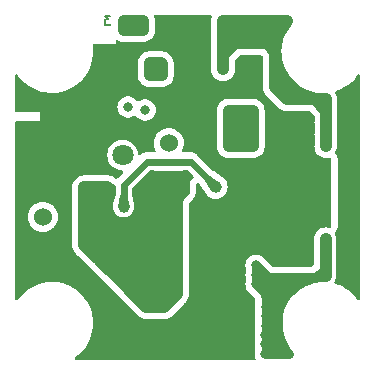
<source format=gbr>
%TF.GenerationSoftware,KiCad,Pcbnew,7.0.11-7.0.11~ubuntu22.04.1*%
%TF.CreationDate,2024-11-21T15:06:28+02:00*%
%TF.ProjectId,POEv3_Rev_A,504f4576-335f-4526-9576-5f412e6b6963,A*%
%TF.SameCoordinates,PX55d4a80PY8a48640*%
%TF.FileFunction,Copper,L3,Inr*%
%TF.FilePolarity,Positive*%
%FSLAX46Y46*%
G04 Gerber Fmt 4.6, Leading zero omitted, Abs format (unit mm)*
G04 Created by KiCad (PCBNEW 7.0.11-7.0.11~ubuntu22.04.1) date 2024-11-21 15:06:28*
%MOMM*%
%LPD*%
G01*
G04 APERTURE LIST*
%ADD10C,0.190500*%
%TA.AperFunction,NonConductor*%
%ADD11C,0.190500*%
%TD*%
%TA.AperFunction,ComponentPad*%
%ADD12C,1.524000*%
%TD*%
%TA.AperFunction,ComponentPad*%
%ADD13R,1.524000X1.524000*%
%TD*%
%TA.AperFunction,ComponentPad*%
%ADD14C,1.800000*%
%TD*%
%TA.AperFunction,ViaPad*%
%ADD15C,1.000000*%
%TD*%
%TA.AperFunction,ViaPad*%
%ADD16C,0.800000*%
%TD*%
%TA.AperFunction,Conductor*%
%ADD17C,1.016000*%
%TD*%
%TA.AperFunction,Conductor*%
%ADD18C,0.762000*%
%TD*%
%TA.AperFunction,Conductor*%
%ADD19C,0.609600*%
%TD*%
%TA.AperFunction,Conductor*%
%ADD20C,0.355600*%
%TD*%
%TA.AperFunction,Conductor*%
%ADD21C,0.990600*%
%TD*%
G04 APERTURE END LIST*
D10*
D11*
X8442184Y29515161D02*
X7970470Y29515161D01*
X7970470Y29515161D02*
X8224470Y29224875D01*
X8224470Y29224875D02*
X8115613Y29224875D01*
X8115613Y29224875D02*
X8043042Y29188589D01*
X8043042Y29188589D02*
X8006756Y29152304D01*
X8006756Y29152304D02*
X7970470Y29079732D01*
X7970470Y29079732D02*
X7970470Y28898304D01*
X7970470Y28898304D02*
X8006756Y28825732D01*
X8006756Y28825732D02*
X8043042Y28789446D01*
X8043042Y28789446D02*
X8115613Y28753161D01*
X8115613Y28753161D02*
X8333327Y28753161D01*
X8333327Y28753161D02*
X8405899Y28789446D01*
X8405899Y28789446D02*
X8442184Y28825732D01*
D12*
%TO.N,Spare1*%
%TO.C,C2*%
X2750000Y12500000D03*
D13*
%TO.N,GND*%
X7750000Y12500000D03*
%TD*%
D12*
%TO.N,+5VP*%
%TO.C,C6*%
X13400000Y18750000D03*
D13*
%TO.N,GND*%
X13400000Y15250000D03*
%TD*%
D14*
%TO.N,Spare2*%
%TO.C,U1*%
X9500000Y17750000D03*
%TD*%
%TO.N,/ILIM*%
%TO.C,U2*%
X18000000Y10950000D03*
%TD*%
D15*
%TO.N,GND*%
X12100000Y13850000D03*
X6250000Y14000000D03*
X14700000Y15700000D03*
X12900000Y4900000D03*
X14100000Y12850000D03*
X14100000Y11850000D03*
X12100000Y15850000D03*
X8500000Y9900000D03*
X11800000Y6900000D03*
X14100000Y13850000D03*
X6250000Y13000000D03*
X8500000Y10900000D03*
X11100000Y10850000D03*
X29000000Y17500000D03*
X8500000Y8900000D03*
X12900000Y5900000D03*
X29000000Y7500000D03*
X13100000Y9850000D03*
X29000000Y15000000D03*
X12100000Y14850000D03*
X12900000Y6900000D03*
X11800000Y4900000D03*
X11100000Y12850000D03*
X11100000Y8850000D03*
X14700000Y14700000D03*
X7500000Y9900000D03*
X13100000Y10850000D03*
X6250000Y12000000D03*
X13100000Y13850000D03*
X13100000Y12850000D03*
X11100000Y9850000D03*
X13100000Y8850000D03*
X8500000Y7900000D03*
X6500000Y10900000D03*
X7500000Y8900000D03*
X29000000Y12500000D03*
X12100000Y8850000D03*
X7500000Y10900000D03*
X6500000Y9900000D03*
X14100000Y10850000D03*
X7500000Y13750000D03*
X11100000Y11850000D03*
X12100000Y9850000D03*
X12100000Y11850000D03*
X12100000Y12850000D03*
X12100000Y10850000D03*
X29000000Y20000000D03*
X13100000Y11850000D03*
X14000000Y6900000D03*
X29000000Y22500000D03*
X14000000Y5900000D03*
X14100000Y9850000D03*
X14100000Y8850000D03*
X29000000Y10000000D03*
X11800000Y5900000D03*
X6250000Y15000000D03*
D16*
%TO.N,/SW_LX*%
X24000000Y7300000D03*
X20800000Y7600000D03*
X24000000Y6500000D03*
X22400000Y7300000D03*
X22400000Y6500000D03*
X22400000Y900000D03*
X22400000Y4100000D03*
X22400000Y3300000D03*
X24800000Y7300000D03*
X22400000Y5700000D03*
X23200000Y900000D03*
X22400000Y4900000D03*
X21600000Y7300000D03*
X21600000Y3300000D03*
X21600000Y5700000D03*
X20800000Y6800000D03*
X23200000Y5700000D03*
X21589000Y2500000D03*
X21600000Y4100000D03*
X23200000Y6500000D03*
X21589000Y900000D03*
X22400000Y2500000D03*
X21600000Y4900000D03*
X23200000Y7300000D03*
X26700000Y7400000D03*
X26700000Y10600000D03*
X22400000Y1700000D03*
X21589000Y1700000D03*
X26700000Y9800000D03*
X20800000Y8400000D03*
X26700000Y9000000D03*
X21600000Y6500000D03*
X26700000Y8200000D03*
%TO.N,Net-(U1-CLS)*%
X9960000Y21800000D03*
D15*
%TO.N,/ILIM*%
X20250000Y9900000D03*
X15750000Y9900000D03*
X20250000Y12000000D03*
X15750000Y12000000D03*
X15750000Y10950000D03*
X20250000Y10950000D03*
D16*
X18625000Y9250000D03*
D15*
%TO.N,Net-(U1-CDB)*%
X17375000Y15050000D03*
X9584989Y13333661D03*
%TO.N,+5VP*%
X22400000Y23500000D03*
X21000000Y28100000D03*
X19500000Y20500000D03*
X22000000Y29100000D03*
X19500000Y21500000D03*
X19500000Y19500000D03*
X26750000Y19500000D03*
X18500000Y18500000D03*
X18500000Y20500000D03*
X18000000Y26000000D03*
X19500000Y18500000D03*
X21000000Y29100000D03*
X18000000Y25000000D03*
D16*
X22400000Y26500000D03*
D15*
X23000000Y29100000D03*
X22400000Y25500000D03*
X20500000Y19500000D03*
X19000000Y29100000D03*
X24400000Y22500000D03*
D16*
X21000000Y27200000D03*
D15*
X20500000Y18500000D03*
D16*
X22000000Y27200000D03*
D15*
X20500000Y21500000D03*
X26750000Y20500000D03*
X26750000Y22500000D03*
X18500000Y21500000D03*
X22000000Y28100000D03*
X23400000Y23500000D03*
X18500000Y19500000D03*
X20000000Y28100000D03*
X22400000Y24500000D03*
X20000000Y29100000D03*
D16*
X19000000Y27200000D03*
D15*
X25400000Y22500000D03*
X23400000Y22500000D03*
D16*
X20000000Y27200000D03*
D15*
X19000000Y28100000D03*
X26750000Y18500000D03*
X20500000Y20500000D03*
X26750000Y21500000D03*
%TO.N,Spare1*%
X11815131Y24515131D03*
X12784000Y25500000D03*
X11784000Y25500000D03*
X12800000Y24500000D03*
D16*
%TO.N,Spare2*%
X11405000Y21560000D03*
X9600000Y28300000D03*
X9600000Y29111000D03*
X10400000Y28300000D03*
X10400000Y29111000D03*
X11200000Y28300000D03*
X11200000Y29111000D03*
%TD*%
D17*
%TO.N,GND*%
X7250000Y13000000D02*
X7750000Y12500000D01*
X7500000Y13750000D02*
X6500000Y13750000D01*
X11100000Y14850000D02*
X12100000Y15850000D01*
X7750000Y12500000D02*
X7750000Y11650000D01*
X14100000Y8300000D02*
X14100000Y7800000D01*
X7500000Y13454307D02*
X9104307Y11850000D01*
X7500000Y10900000D02*
X14050000Y10900000D01*
X13000000Y4900000D02*
X14000000Y5900000D01*
X6500000Y10900000D02*
X6500000Y10500000D01*
X10194661Y11944661D02*
X11100000Y12850000D01*
X14100000Y9850000D02*
X6550000Y9850000D01*
X8195989Y15000000D02*
X7750000Y15000000D01*
X6500000Y10900000D02*
X6500000Y11250000D01*
X6250000Y12000000D02*
X6250000Y15000000D01*
X6550000Y9850000D02*
X6500000Y9900000D01*
X8195989Y12054011D02*
X8195989Y15000000D01*
X11100000Y12850000D02*
X11100000Y14850000D01*
X12250000Y15700000D02*
X12100000Y15850000D01*
X14100000Y9850000D02*
X13450000Y10500000D01*
X9750000Y11850000D02*
X8400000Y11850000D01*
X29000000Y7500000D02*
X28200000Y8300000D01*
X7750000Y12500000D02*
X8305339Y11944661D01*
X13100000Y11850000D02*
X14100000Y12850000D01*
X7500000Y13750000D02*
X7750000Y13500000D01*
X7500000Y8900000D02*
X8500000Y7900000D01*
X11100000Y11850000D02*
X11100000Y10850000D01*
X11100000Y12850000D02*
X11100000Y11850000D01*
X10000000Y8850000D02*
X8550000Y8850000D01*
X11500000Y5900000D02*
X8500000Y8900000D01*
X6250000Y10150000D02*
X6250000Y12000000D01*
X8500000Y7900000D02*
X9450000Y8850000D01*
X28200000Y21700000D02*
X29000000Y22500000D01*
X7750000Y11650000D02*
X8500000Y10900000D01*
X11800000Y8150000D02*
X11100000Y8850000D01*
X6500000Y9900000D02*
X6250000Y10150000D01*
X12100000Y15850000D02*
X14550000Y15850000D01*
X28200000Y16700000D02*
X29000000Y17500000D01*
X29000000Y6668169D02*
X28200000Y7468169D01*
X11100000Y11850000D02*
X14100000Y11850000D01*
X28200000Y16700000D02*
X28200000Y21700000D01*
X11800000Y5900000D02*
X11500000Y5900000D01*
X6500000Y10500000D02*
X6500000Y9900000D01*
X11800000Y8550000D02*
X12100000Y8850000D01*
X6500000Y9900000D02*
X7500000Y8900000D01*
X6250000Y13000000D02*
X7250000Y13000000D01*
X14100000Y10850000D02*
X14100000Y14100000D01*
X11500000Y4900000D02*
X12900000Y4900000D01*
X7500000Y12250000D02*
X7750000Y12500000D01*
X8400000Y11850000D02*
X7750000Y12500000D01*
X11650000Y8300000D02*
X14100000Y8300000D01*
X29000000Y7500000D02*
X29000000Y6668169D01*
X14700000Y14700000D02*
X14700000Y15700000D01*
X29000000Y22500000D02*
X28200000Y22500000D01*
X14100000Y11850000D02*
X14100000Y13850000D01*
X12900000Y6900000D02*
X12900000Y8650000D01*
X10100000Y11850000D02*
X9750000Y11850000D01*
X14100000Y7800000D02*
X14100000Y6000000D01*
X14050000Y10900000D02*
X14100000Y10850000D01*
X28200000Y8300000D02*
X28200000Y16700000D01*
X7500000Y13750000D02*
X7500000Y15000000D01*
X7500000Y15000000D02*
X6250000Y15000000D01*
X11800000Y6900000D02*
X11800000Y4900000D01*
X12100000Y13850000D02*
X14100000Y13850000D01*
X11800000Y6900000D02*
X14000000Y6900000D01*
X29000000Y7500000D02*
X28200000Y7500000D01*
X11100000Y12850000D02*
X10100000Y11850000D01*
X7750000Y13500000D02*
X7750000Y12500000D01*
X14100000Y8850000D02*
X10000000Y8850000D01*
X14100000Y6000000D02*
X14000000Y5900000D01*
X7500000Y8900000D02*
X8500000Y8900000D01*
X6750000Y12500000D02*
X7750000Y12500000D01*
X14700000Y15700000D02*
X12250000Y15700000D01*
X11100000Y8850000D02*
X11650000Y8300000D01*
X7500000Y13750000D02*
X7500000Y13454307D01*
X7500000Y15000000D02*
X7750000Y15000000D01*
X14000000Y5900000D02*
X11800000Y5900000D01*
X12900000Y4900000D02*
X13000000Y4900000D01*
X11800000Y4900000D02*
X12900000Y4900000D01*
X14100000Y14100000D02*
X14700000Y14700000D01*
X12100000Y14850000D02*
X14550000Y14850000D01*
X14100000Y8850000D02*
X14100000Y8300000D01*
X10800000Y7900000D02*
X11800000Y6900000D01*
X7500000Y8900000D02*
X7500000Y12250000D01*
X9450000Y8850000D02*
X10000000Y8850000D01*
X13450000Y10500000D02*
X6500000Y10500000D01*
X6250000Y15000000D02*
X7500000Y13750000D01*
X11800000Y6900000D02*
X11800000Y8550000D01*
X9104307Y11850000D02*
X10100000Y11850000D01*
X6250000Y12000000D02*
X6750000Y12500000D01*
X11800000Y6900000D02*
X11800000Y7800000D01*
X8305339Y11944661D02*
X8195989Y12054011D01*
X8305339Y11944661D02*
X10194661Y11944661D01*
X28200000Y22531831D02*
X28200000Y22500000D01*
X8500000Y7900000D02*
X11500000Y4900000D01*
X7750000Y15000000D02*
X7750000Y12500000D01*
X14100000Y7800000D02*
X11800000Y7800000D01*
X8550000Y8850000D02*
X8500000Y8900000D01*
X29000000Y23331831D02*
X28200000Y22531831D01*
X11100000Y12850000D02*
X14100000Y12850000D01*
X29000000Y22500000D02*
X29000000Y7500000D01*
X14100000Y8850000D02*
X14100000Y10850000D01*
X14100000Y11850000D02*
X9750000Y11850000D01*
X6500000Y11250000D02*
X7750000Y12500000D01*
X28200000Y22500000D02*
X28200000Y21700000D01*
X12100000Y15850000D02*
X12100000Y13850000D01*
X29000000Y22500000D02*
X29000000Y23331831D01*
X14550000Y15850000D02*
X14700000Y15700000D01*
X8500000Y7900000D02*
X10800000Y7900000D01*
X28200000Y7468169D02*
X28200000Y7500000D01*
X12900000Y8650000D02*
X13100000Y8850000D01*
X12100000Y13850000D02*
X11100000Y12850000D01*
X28200000Y7500000D02*
X28200000Y8300000D01*
X11800000Y7800000D02*
X11800000Y8150000D01*
X14550000Y14850000D02*
X14700000Y14700000D01*
X6500000Y13750000D02*
X6250000Y14000000D01*
D18*
%TO.N,/SW_LX*%
X21589000Y900000D02*
X22000000Y900000D01*
X25500000Y7400000D02*
X21000000Y7400000D01*
X24525301Y6923698D02*
X25830000Y7380000D01*
X22400000Y4900000D02*
X22400000Y900000D01*
X22000000Y6100000D02*
X22000000Y900000D01*
X23200000Y5700000D02*
X22400000Y4900000D01*
X22961521Y1810000D02*
X23331454Y1179983D01*
X25178766Y7231234D02*
X26172792Y7400000D01*
X20800000Y6800000D02*
X21600000Y6000000D01*
X22400000Y3300000D02*
X23200000Y900000D01*
D17*
X26700000Y10600000D02*
X26700000Y7508001D01*
D18*
X23200000Y5700000D02*
X22618999Y5118999D01*
X24525301Y6923698D02*
X24000000Y6500000D01*
X22618999Y3550000D02*
X22618999Y2900000D01*
X22618999Y5118999D02*
X22618999Y3550000D01*
X20800000Y8400000D02*
X20800000Y6800000D01*
X24326514Y6783486D02*
X25610000Y7381001D01*
X25178766Y7231234D02*
X25500000Y7400000D01*
X22810729Y2240000D02*
X23111945Y1431945D01*
X24000000Y6500000D02*
X21600000Y6500000D01*
X22810729Y2240000D02*
X23200000Y900000D01*
X22961521Y1810000D02*
X23200000Y900000D01*
X24000000Y6500000D02*
X23728449Y6228449D01*
X22618999Y1481001D02*
X23200000Y900000D01*
X26700000Y8200000D02*
X25900000Y7400000D01*
X23920000Y6500000D02*
X25440000Y7381001D01*
X20800000Y6800000D02*
X23700000Y6800000D01*
X22400000Y2111436D02*
X22400000Y4100000D01*
X22810729Y2240000D02*
X22961521Y1810000D01*
X21600000Y5700000D02*
X23200000Y5700000D01*
X22000000Y900000D02*
X23200000Y900000D01*
X26700000Y10600000D02*
X26700000Y7400000D01*
X23200000Y5700000D02*
X22400000Y6500000D01*
X22961521Y1810000D02*
X23077960Y1477960D01*
D19*
X22400000Y4100000D02*
X23200000Y900000D01*
D18*
X24800000Y7300000D02*
X23728449Y6228449D01*
X21000000Y7400000D02*
X20800000Y7600000D01*
X22618999Y2900000D02*
X22810729Y2240000D01*
X26700000Y7400000D02*
X25500000Y7400000D01*
X22618999Y2900000D02*
X22618999Y1481001D01*
X23331454Y1179983D02*
X23611436Y900000D01*
X21600000Y6000000D02*
X21600000Y5700000D01*
X23611436Y900000D02*
X23200000Y900000D01*
X21900000Y7300000D02*
X22400000Y7300000D01*
X25178766Y7231234D02*
X24326514Y6783486D01*
X23200000Y900000D02*
X22400000Y1700000D01*
X24800000Y7300000D02*
X23200000Y5700000D01*
X21600000Y5700000D02*
X21600000Y7300000D01*
X21600000Y911000D02*
X21589000Y900000D01*
X23611436Y900000D02*
X22400000Y2111436D01*
X21600000Y5700000D02*
X21600000Y911000D01*
X23700000Y6800000D02*
X24000000Y6500000D01*
X22400000Y4900000D02*
X22400000Y7300000D01*
X22400000Y6500000D02*
X22000000Y6100000D01*
D20*
X22618999Y3550000D02*
X23331454Y1179983D01*
D18*
X20800000Y8400000D02*
X21900000Y7300000D01*
X26172792Y7400000D02*
X26700000Y7400000D01*
X25900000Y7400000D02*
X25500000Y7400000D01*
X23728449Y6228449D02*
G75*
G03*
X22618999Y3550000I2678451J-2678449D01*
G01*
X22619009Y2900000D02*
G75*
G03*
X23331455Y1179984I2432491J0D01*
G01*
X26172792Y7400003D02*
G75*
G03*
X24000000Y6500000I8J-3072803D01*
G01*
D19*
%TO.N,Net-(U1-CDB)*%
X9584989Y15191569D02*
X9584989Y13333661D01*
X11556220Y17162800D02*
X9584989Y15191569D01*
X17375000Y15050000D02*
X15262200Y17162800D01*
X15262200Y17162800D02*
X11556220Y17162800D01*
D17*
%TO.N,+5VP*%
X18500000Y21500000D02*
X18500000Y18500000D01*
X18000000Y26200000D02*
X19000000Y27200000D01*
X18000000Y26000000D02*
X18000000Y26200000D01*
X22593591Y27580000D02*
X22685768Y28094232D01*
X18000000Y25000000D02*
X18000000Y26000000D01*
X25400000Y22500000D02*
X25750000Y22500000D01*
X21700000Y27200000D02*
X22400000Y26500000D01*
X22000000Y27200000D02*
X21000000Y27200000D01*
X22965655Y28574345D02*
X23431831Y29100000D01*
X21000000Y27200000D02*
X21700000Y27200000D01*
X22400000Y25500000D02*
X23280915Y24050915D01*
X24839832Y22491999D02*
X26750000Y22491999D01*
X22400000Y24931831D02*
X24182587Y23149244D01*
X22400000Y26500000D02*
X22593591Y27580000D01*
X22000000Y28100000D02*
X19000000Y28100000D01*
X23431831Y29100000D02*
X23000000Y29100000D01*
X22773197Y28060000D02*
X23292738Y28960907D01*
X23280915Y24050915D02*
X24839832Y22491999D01*
X22400000Y23500000D02*
X23400000Y22500000D01*
X26750000Y22491999D02*
X26750000Y22500000D01*
X24030338Y22869662D02*
X24162500Y22737500D01*
X25750000Y22500000D02*
X26750000Y21500000D01*
X19500000Y21500000D02*
X19500000Y18500000D01*
X22593591Y27580000D02*
X23000000Y29100000D01*
X23408001Y22491999D02*
X26750000Y22491999D01*
X22593591Y27580000D02*
X22773197Y28060000D01*
X24162500Y22737500D02*
X22400000Y24500000D01*
X24182587Y23149244D02*
X25400000Y22500000D01*
X22400000Y25500000D02*
X22400000Y24931831D01*
X18000000Y29100000D02*
X19000000Y29100000D01*
X22400000Y26805646D02*
X22400000Y26500000D01*
X24400000Y22500000D02*
X24162500Y22737500D01*
X19000000Y27200000D02*
X22000000Y27200000D01*
X20500000Y21500000D02*
X18500000Y21500000D01*
X20500000Y18500000D02*
X20500000Y21500000D01*
X25750000Y22500000D02*
X24330915Y23000916D01*
X22400000Y24931831D02*
X23280915Y24050915D01*
X23400000Y22500000D02*
X23408001Y22491999D01*
X19000000Y29100000D02*
X23000000Y29100000D01*
X22773197Y28060000D02*
X22965655Y28574345D01*
X22000000Y28100000D02*
X22000000Y27200000D01*
X18000000Y26000000D02*
X18000000Y29100000D01*
X23431831Y29100000D02*
X23292738Y28960907D01*
X23000000Y29100000D02*
X22000000Y28100000D01*
X22400000Y25500000D02*
X22400000Y26800000D01*
X18500000Y18500000D02*
X20500000Y18500000D01*
X22400000Y26500000D02*
X22400000Y23500000D01*
D21*
X26750000Y22500000D02*
X26750000Y18500000D01*
D17*
X19000000Y29100000D02*
X19000000Y27200000D01*
X22400000Y26800000D02*
X22000000Y27200000D01*
X23292761Y28960884D02*
G75*
G03*
X22400000Y26805646I2155239J-2155284D01*
G01*
X24182578Y23149235D02*
G75*
G03*
X25750000Y22500000I1567422J1567465D01*
G01*
X22400027Y26805646D02*
G75*
G03*
X24030339Y22869663I5566273J-46D01*
G01*
%TO.N,Spare1*%
X11784000Y25500000D02*
X11784000Y24546262D01*
X12800000Y24500000D02*
X12800000Y25484000D01*
X12784000Y25500000D02*
X11784000Y25500000D01*
X11815131Y24515131D02*
X12784869Y24515131D01*
X11784000Y24546262D02*
X11815131Y24515131D01*
X12784869Y24515131D02*
X12800000Y24500000D01*
X12800000Y25484000D02*
X12784000Y25500000D01*
%TO.N,Spare2*%
X11200000Y28300000D02*
X9657103Y28300000D01*
X9650000Y29105500D02*
X9650000Y28294500D01*
X11200000Y29111000D02*
X9657103Y29111000D01*
X11200000Y29111000D02*
X11200000Y28300000D01*
%TD*%
%TA.AperFunction,Conductor*%
%TO.N,GND*%
G36*
X12167554Y16456498D02*
G01*
X12214047Y16402842D01*
X12224151Y16332568D01*
X12200301Y16274991D01*
X12187556Y16257966D01*
X12187555Y16257965D01*
X12136505Y16121094D01*
X12130000Y16060598D01*
X12130000Y15885000D01*
X14670000Y15885000D01*
X14670000Y16060586D01*
X14669999Y16060598D01*
X14663494Y16121094D01*
X14612444Y16257965D01*
X14612443Y16257966D01*
X14599699Y16274991D01*
X14574888Y16341512D01*
X14589980Y16410886D01*
X14640182Y16461088D01*
X14700567Y16476500D01*
X14925735Y16476500D01*
X14993856Y16456498D01*
X15014830Y16439595D01*
X15491693Y15962732D01*
X15525719Y15900420D01*
X15520654Y15829605D01*
X15478107Y15772769D01*
X15470722Y15767641D01*
X15453886Y15756821D01*
X15402799Y15712554D01*
X15400580Y15710735D01*
X15304519Y15599872D01*
X15304517Y15599869D01*
X15243801Y15466920D01*
X15223802Y15398808D01*
X15223800Y15398801D01*
X15223800Y15398799D01*
X15205262Y15269857D01*
X15203000Y15254127D01*
X15203000Y14756129D01*
X15203618Y14730927D01*
X15204226Y14718569D01*
X15204729Y14711744D01*
X15204462Y14690144D01*
X15196939Y14613754D01*
X15192120Y14589525D01*
X15170560Y14518455D01*
X15161109Y14495638D01*
X15126100Y14430139D01*
X15112376Y14409601D01*
X15063682Y14350267D01*
X15048593Y14334801D01*
X15043467Y14330379D01*
X15034277Y14322052D01*
X15016004Y14304656D01*
X14819202Y14107854D01*
X14756890Y14073829D01*
X14688206Y14078742D01*
X14694606Y14072342D01*
X14709698Y14002968D01*
X14698633Y13959617D01*
X14651222Y13855799D01*
X14643801Y13839549D01*
X14623802Y13771440D01*
X14623800Y13771433D01*
X14603000Y13626759D01*
X14603000Y12906131D01*
X14603619Y12880926D01*
X14604227Y12868553D01*
X14604912Y12859259D01*
X14604912Y12840743D01*
X14604227Y12831450D01*
X14603619Y12819077D01*
X14603000Y12793872D01*
X14603000Y11906122D01*
X14603618Y11880917D01*
X14604204Y11869011D01*
X14604226Y11868565D01*
X14604912Y11859266D01*
X14604912Y11840748D01*
X14604227Y11831456D01*
X14603618Y11819082D01*
X14603000Y11793880D01*
X14603000Y10906131D01*
X14603619Y10880926D01*
X14604227Y10868553D01*
X14604912Y10859259D01*
X14604912Y10840743D01*
X14604227Y10831450D01*
X14603619Y10819077D01*
X14603000Y10793872D01*
X14603000Y9906131D01*
X14603619Y9880926D01*
X14604227Y9868553D01*
X14604912Y9859259D01*
X14604912Y9840743D01*
X14604227Y9831450D01*
X14603619Y9819077D01*
X14603000Y9793872D01*
X14603000Y8906122D01*
X14603618Y8880917D01*
X14604204Y8869011D01*
X14604226Y8868565D01*
X14604912Y8859266D01*
X14604912Y8840748D01*
X14604227Y8831456D01*
X14603618Y8819082D01*
X14603000Y8793880D01*
X14603000Y8356122D01*
X14603618Y8330917D01*
X14604204Y8319011D01*
X14604226Y8318565D01*
X14604912Y8309266D01*
X14604912Y8290748D01*
X14604227Y8281456D01*
X14603618Y8269082D01*
X14603000Y8243880D01*
X14603000Y7856122D01*
X14603618Y7830917D01*
X14604204Y7819011D01*
X14604226Y7818565D01*
X14604912Y7809266D01*
X14604912Y7790748D01*
X14604227Y7781456D01*
X14603618Y7769082D01*
X14603000Y7743880D01*
X14603000Y6056120D01*
X14603619Y6030915D01*
X14604226Y6018553D01*
X14604728Y6011751D01*
X14604462Y5990139D01*
X14596938Y5913751D01*
X14592119Y5889526D01*
X14570560Y5818456D01*
X14561108Y5795635D01*
X14526097Y5730135D01*
X14512375Y5709599D01*
X14463683Y5650267D01*
X14448598Y5634804D01*
X14443345Y5630272D01*
X14434205Y5621987D01*
X14415977Y5604631D01*
X14395370Y5584024D01*
X14377984Y5565764D01*
X14369653Y5556570D01*
X14363574Y5549523D01*
X14350478Y5536427D01*
X14343442Y5530358D01*
X14334283Y5522059D01*
X14316003Y5504656D01*
X13395352Y4584006D01*
X13377956Y4565732D01*
X13369655Y4556574D01*
X13365205Y4551414D01*
X13349732Y4536316D01*
X13290396Y4487621D01*
X13269858Y4473898D01*
X13204363Y4438891D01*
X13181546Y4429440D01*
X13128284Y4413283D01*
X13110477Y4407881D01*
X13086251Y4403062D01*
X13009857Y4395538D01*
X12988254Y4395271D01*
X12984630Y4395538D01*
X12981429Y4395774D01*
X12979510Y4395869D01*
X12969074Y4396382D01*
X12943872Y4397000D01*
X11856121Y4397000D01*
X11856117Y4397000D01*
X11830966Y4396384D01*
X11818579Y4395776D01*
X11809260Y4395089D01*
X11790742Y4395089D01*
X11781423Y4395776D01*
X11769033Y4396384D01*
X11743884Y4397000D01*
X11743879Y4397000D01*
X11556130Y4397000D01*
X11530927Y4396382D01*
X11518568Y4395774D01*
X11511744Y4395271D01*
X11490143Y4395538D01*
X11413752Y4403062D01*
X11389527Y4407880D01*
X11318448Y4429441D01*
X11295626Y4438895D01*
X11230138Y4473900D01*
X11209602Y4487621D01*
X11150253Y4536328D01*
X11134788Y4551418D01*
X11131642Y4555065D01*
X11130306Y4556614D01*
X11122018Y4565757D01*
X11122013Y4565763D01*
X11104635Y4584015D01*
X11104620Y4584031D01*
X8184026Y7504625D01*
X8165798Y7521981D01*
X8156635Y7530287D01*
X8149515Y7536430D01*
X8136419Y7549528D01*
X8130336Y7556579D01*
X8130332Y7556583D01*
X8130316Y7556602D01*
X8122011Y7565765D01*
X8104635Y7584015D01*
X8104620Y7584031D01*
X7184026Y8504625D01*
X7165806Y8521974D01*
X7163095Y8524431D01*
X7156625Y8530296D01*
X7149518Y8536427D01*
X7136414Y8549532D01*
X7130298Y8556623D01*
X7122021Y8565754D01*
X7122013Y8565763D01*
X7104635Y8584015D01*
X7104620Y8584031D01*
X6234026Y9454625D01*
X6215806Y9471974D01*
X6213095Y9474431D01*
X6206625Y9480296D01*
X6191006Y9493770D01*
X6179949Y9504560D01*
X6176176Y9508723D01*
X6158720Y9526179D01*
X6158710Y9526188D01*
X6154549Y9529960D01*
X6143761Y9541016D01*
X6130329Y9556587D01*
X6130327Y9556589D01*
X6130316Y9556602D01*
X6122011Y9565765D01*
X6104635Y9584015D01*
X6104620Y9584031D01*
X5934028Y9754623D01*
X5915797Y9771981D01*
X5915789Y9771989D01*
X5906627Y9780294D01*
X5901419Y9784787D01*
X5886324Y9800259D01*
X5837617Y9859610D01*
X5823895Y9880145D01*
X5788888Y9945637D01*
X5779436Y9968458D01*
X5757877Y10039527D01*
X5753061Y10063741D01*
X5745535Y10140150D01*
X5745272Y10161771D01*
X5745774Y10168572D01*
X5746381Y10180923D01*
X5747000Y10206129D01*
X5747000Y11865000D01*
X6480000Y11865000D01*
X6480000Y11689403D01*
X6486505Y11628907D01*
X6537555Y11492036D01*
X6537555Y11492035D01*
X6625095Y11375096D01*
X6742034Y11287556D01*
X6878906Y11236506D01*
X6939402Y11230001D01*
X6939415Y11230000D01*
X7115000Y11230000D01*
X7115000Y11865000D01*
X8385000Y11865000D01*
X8385000Y11230000D01*
X8560585Y11230000D01*
X8560597Y11230001D01*
X8621093Y11236506D01*
X8757964Y11287556D01*
X8757965Y11287556D01*
X8874904Y11375096D01*
X8962444Y11492035D01*
X8962444Y11492036D01*
X9013494Y11628907D01*
X9019999Y11689403D01*
X9020000Y11689415D01*
X9020000Y11865000D01*
X8385000Y11865000D01*
X7115000Y11865000D01*
X6480000Y11865000D01*
X5747000Y11865000D01*
X5747000Y11943873D01*
X5746381Y11969077D01*
X5745774Y11981429D01*
X5745087Y11990737D01*
X5745088Y12009282D01*
X5745774Y12018572D01*
X5746381Y12030923D01*
X5747000Y12056129D01*
X5747000Y12534008D01*
X7296190Y12534008D01*
X7306327Y12398735D01*
X7355887Y12272459D01*
X7440465Y12166401D01*
X7552547Y12089984D01*
X7682173Y12050000D01*
X7783724Y12050000D01*
X7884138Y12065135D01*
X8006357Y12123993D01*
X8105798Y12216260D01*
X8173625Y12333740D01*
X8203810Y12465992D01*
X8193673Y12601265D01*
X8144113Y12727541D01*
X8059535Y12833599D01*
X7947453Y12910016D01*
X7817827Y12950000D01*
X7716276Y12950000D01*
X7615862Y12934865D01*
X7493643Y12876007D01*
X7394202Y12783740D01*
X7326375Y12666260D01*
X7296190Y12534008D01*
X5747000Y12534008D01*
X5747000Y12943879D01*
X5746381Y12969085D01*
X5745774Y12981436D01*
X5745088Y12990732D01*
X5745088Y13009269D01*
X5745774Y13018565D01*
X5746381Y13030915D01*
X5747000Y13056123D01*
X5747000Y13135000D01*
X6480000Y13135000D01*
X7115000Y13135000D01*
X7115000Y13770000D01*
X6939402Y13770000D01*
X6878906Y13763495D01*
X6742035Y13712445D01*
X6742034Y13712445D01*
X6625095Y13624905D01*
X6537555Y13507966D01*
X6537555Y13507965D01*
X6486505Y13371094D01*
X6480000Y13310598D01*
X6480000Y13135000D01*
X5747000Y13135000D01*
X5747000Y13943873D01*
X5746381Y13969077D01*
X5745774Y13981429D01*
X5745087Y13990737D01*
X5745088Y14009282D01*
X5745774Y14018572D01*
X5746381Y14030923D01*
X5747000Y14056129D01*
X5747000Y14943873D01*
X5746381Y14969077D01*
X5745774Y14981429D01*
X5745271Y14988244D01*
X5745535Y15009853D01*
X5753061Y15086257D01*
X5757876Y15110470D01*
X5779441Y15181558D01*
X5788883Y15204355D01*
X5823900Y15269867D01*
X5837616Y15290392D01*
X5851785Y15307657D01*
X5884732Y15347805D01*
X5902189Y15365263D01*
X5959613Y15412389D01*
X5980146Y15426107D01*
X6045631Y15461109D01*
X6068445Y15470560D01*
X6139531Y15492124D01*
X6163739Y15496939D01*
X6240146Y15504465D01*
X6261756Y15504729D01*
X6268571Y15504226D01*
X6280922Y15503619D01*
X6306128Y15503000D01*
X7443881Y15503000D01*
X7445060Y15503030D01*
X7469089Y15503619D01*
X7481438Y15504226D01*
X7490730Y15504912D01*
X7509265Y15504912D01*
X7518563Y15504226D01*
X7530913Y15503619D01*
X7555501Y15503016D01*
X7556120Y15503000D01*
X7556121Y15503000D01*
X7693881Y15503000D01*
X7695060Y15503030D01*
X7719089Y15503619D01*
X7731438Y15504226D01*
X7740730Y15504912D01*
X7759265Y15504912D01*
X7768563Y15504226D01*
X7780913Y15503619D01*
X7805501Y15503016D01*
X7806120Y15503000D01*
X7806121Y15503000D01*
X8139870Y15503000D01*
X8141139Y15503032D01*
X8165078Y15503619D01*
X8177427Y15504226D01*
X8184224Y15504728D01*
X8205847Y15504464D01*
X8282239Y15496940D01*
X8306458Y15492123D01*
X8377541Y15470561D01*
X8400348Y15461113D01*
X8465848Y15426103D01*
X8486374Y15412388D01*
X8530157Y15376457D01*
X8530160Y15376455D01*
X8599818Y15328321D01*
X8599819Y15328320D01*
X8599830Y15328314D01*
X8599831Y15328313D01*
X8635732Y15307657D01*
X8712366Y15271621D01*
X8712369Y15271621D01*
X8712372Y15271619D01*
X8799473Y15252671D01*
X8861785Y15218646D01*
X8895810Y15156334D01*
X8898689Y15129551D01*
X8898689Y14408827D01*
X8896355Y14384687D01*
X8793114Y13855799D01*
X8760431Y13792772D01*
X8698862Y13757420D01*
X8627954Y13760967D01*
X8625420Y13761882D01*
X8621096Y13763495D01*
X8560597Y13770000D01*
X8385000Y13770000D01*
X8385000Y13135000D01*
X8631129Y13135000D01*
X8699250Y13114998D01*
X8745743Y13061342D01*
X8750961Y13047939D01*
X8775263Y12973148D01*
X8775264Y12973147D01*
X8775266Y12973143D01*
X8867910Y12812677D01*
X8867915Y12812669D01*
X8991898Y12674972D01*
X8991901Y12674970D01*
X9141811Y12566054D01*
X9311090Y12490686D01*
X9492339Y12452161D01*
X9492340Y12452161D01*
X9677639Y12452161D01*
X9768263Y12471424D01*
X9858888Y12490686D01*
X10028167Y12566054D01*
X10178077Y12674970D01*
X10285137Y12793872D01*
X10302062Y12812669D01*
X10302063Y12812671D01*
X10302066Y12812674D01*
X10394715Y12973148D01*
X10451976Y13149377D01*
X10471345Y13333661D01*
X10451976Y13517945D01*
X10442028Y13548560D01*
X10431386Y13581314D01*
X10427553Y13596110D01*
X10421570Y13626762D01*
X10273622Y14384691D01*
X10271289Y14408829D01*
X10271289Y14615000D01*
X12130000Y14615000D01*
X12130000Y14439403D01*
X12136505Y14378907D01*
X12187555Y14242036D01*
X12187555Y14242035D01*
X12275095Y14125096D01*
X12392034Y14037556D01*
X12528906Y13986506D01*
X12589402Y13980001D01*
X12589415Y13980000D01*
X12765000Y13980000D01*
X12765000Y14615000D01*
X14035000Y14615000D01*
X14035000Y13980000D01*
X14210585Y13980000D01*
X14210597Y13980001D01*
X14271093Y13986506D01*
X14407963Y14037555D01*
X14508509Y14112824D01*
X14575029Y14137635D01*
X14627452Y14126232D01*
X14604428Y14187962D01*
X14612051Y14240983D01*
X14663494Y14378908D01*
X14669999Y14439403D01*
X14670000Y14439415D01*
X14670000Y14615000D01*
X14035000Y14615000D01*
X12765000Y14615000D01*
X12130000Y14615000D01*
X10271289Y14615000D01*
X10271289Y14855105D01*
X10291291Y14923226D01*
X10308194Y14944200D01*
X10648002Y15284008D01*
X12946190Y15284008D01*
X12956327Y15148735D01*
X13005887Y15022459D01*
X13090465Y14916401D01*
X13202547Y14839984D01*
X13332173Y14800000D01*
X13433724Y14800000D01*
X13534138Y14815135D01*
X13656357Y14873993D01*
X13755798Y14966260D01*
X13823625Y15083740D01*
X13853810Y15215992D01*
X13843673Y15351265D01*
X13794113Y15477541D01*
X13709535Y15583599D01*
X13597453Y15660016D01*
X13467827Y15700000D01*
X13366276Y15700000D01*
X13265862Y15684865D01*
X13143643Y15626007D01*
X13044202Y15533740D01*
X12976375Y15416260D01*
X12946190Y15284008D01*
X10648002Y15284008D01*
X11803590Y16439595D01*
X11865902Y16473621D01*
X11892685Y16476500D01*
X12099433Y16476500D01*
X12167554Y16456498D01*
G37*
%TD.AperFunction*%
%TA.AperFunction,Conductor*%
G36*
X29573853Y24541895D02*
G01*
X29612957Y24482638D01*
X29618500Y24445678D01*
X29618500Y5548984D01*
X29598498Y5480863D01*
X29544842Y5434370D01*
X29474568Y5424266D01*
X29409988Y5453760D01*
X29389394Y5476560D01*
X29326735Y5565764D01*
X29257232Y5664713D01*
X29257227Y5664719D01*
X29257222Y5664725D01*
X29011517Y5945527D01*
X29011515Y5945529D01*
X28737344Y6198630D01*
X28437828Y6421152D01*
X28437827Y6421154D01*
X28288346Y6509235D01*
X28116345Y6610585D01*
X27776554Y6764770D01*
X27521666Y6849092D01*
X27463276Y6889476D01*
X27435988Y6955019D01*
X27448467Y7024910D01*
X27452112Y7031697D01*
X27517075Y7144216D01*
X27574855Y7322045D01*
X27589500Y7461381D01*
X27589500Y10646620D01*
X27574855Y10785956D01*
X27554046Y10850000D01*
X27517077Y10963780D01*
X27517074Y10963787D01*
X27461157Y11060638D01*
X27444419Y11129633D01*
X27467639Y11196725D01*
X27487760Y11218859D01*
X27488454Y11219461D01*
X27497210Y11227048D01*
X27499423Y11228864D01*
X27595480Y11339722D01*
X27595482Y11339724D01*
X27656198Y11472673D01*
X27676200Y11540794D01*
X27697000Y11685463D01*
X27697000Y16643873D01*
X27696381Y16669077D01*
X27695774Y16681429D01*
X27695087Y16690737D01*
X27695088Y16709282D01*
X27695774Y16718572D01*
X27696381Y16730923D01*
X27697000Y16756129D01*
X27697000Y17407730D01*
X27695522Y17446661D01*
X27694074Y17465705D01*
X27689653Y17504384D01*
X27647226Y17644248D01*
X27621095Y17700142D01*
X27618902Y17705902D01*
X27617158Y17708564D01*
X27537045Y17830810D01*
X27537043Y17830812D01*
X27537041Y17830814D01*
X27512703Y17851526D01*
X27473788Y17910907D01*
X27473155Y17981901D01*
X27485240Y18010476D01*
X27500161Y18036319D01*
X27502219Y18039412D01*
X27502191Y18039429D01*
X27506492Y18046577D01*
X27510084Y18053507D01*
X27559726Y18139487D01*
X27582001Y18208046D01*
X27584235Y18213738D01*
X27585796Y18218375D01*
X27585802Y18218386D01*
X27585804Y18218399D01*
X27586291Y18219842D01*
X27588626Y18228434D01*
X27616987Y18315716D01*
X27625170Y18393576D01*
X27626462Y18401541D01*
X27627019Y18406657D01*
X27627490Y18415646D01*
X27636356Y18500000D01*
X27627489Y18584356D01*
X27626800Y18597525D01*
X27626800Y19402476D01*
X27627490Y19415646D01*
X27636356Y19500000D01*
X27627489Y19584356D01*
X27626800Y19597525D01*
X27626800Y20402476D01*
X27627490Y20415646D01*
X27636356Y20500000D01*
X27627489Y20584356D01*
X27626800Y20597525D01*
X27626800Y21339891D01*
X27628351Y21359602D01*
X27643174Y21453193D01*
X27633389Y21639911D01*
X27633389Y21639915D01*
X27631094Y21648481D01*
X27626800Y21681094D01*
X27626800Y22317948D01*
X27627489Y22331108D01*
X27629065Y22346107D01*
X27631122Y22359100D01*
X27639500Y22398509D01*
X27639500Y22585489D01*
X27632789Y22617059D01*
X27630728Y22630073D01*
X27624855Y22685953D01*
X27624855Y22685955D01*
X27624855Y22685956D01*
X27607488Y22739404D01*
X27604080Y22752128D01*
X27600625Y22768384D01*
X27599578Y22770735D01*
X27593863Y22783573D01*
X27589137Y22795886D01*
X27567078Y22863778D01*
X27567074Y22863787D01*
X27531376Y22925618D01*
X27525389Y22937368D01*
X27524575Y22939196D01*
X27524572Y22939200D01*
X27523395Y22940821D01*
X27516216Y22951877D01*
X27499716Y22980455D01*
X27482977Y23049450D01*
X27506197Y23116542D01*
X27562003Y23160430D01*
X27575672Y23165013D01*
X27600986Y23171916D01*
X27948503Y23307798D01*
X28279607Y23479849D01*
X28590547Y23686119D01*
X28877801Y23924272D01*
X29138114Y24191609D01*
X29368535Y24485101D01*
X29385685Y24512510D01*
X29438774Y24559649D01*
X29508920Y24570603D01*
X29573853Y24541895D01*
G37*
%TD.AperFunction*%
%TD*%
%TA.AperFunction,Conductor*%
%TO.N,Net-(U1-CDB)*%
G36*
X16891412Y15967251D02*
G01*
X17513450Y15548395D01*
X17716794Y15411471D01*
X17721742Y15404008D01*
X17719964Y15395231D01*
X17718549Y15393509D01*
X17375740Y15049326D01*
X17375707Y15049293D01*
X17031491Y14706451D01*
X17023211Y14703041D01*
X17014944Y14706484D01*
X17013529Y14708206D01*
X16899384Y14877722D01*
X16457749Y15533588D01*
X16455972Y15542364D01*
X16459180Y15548393D01*
X16876606Y15965819D01*
X16884878Y15969245D01*
X16891412Y15967251D01*
G37*
%TD.AperFunction*%
%TD*%
%TA.AperFunction,Conductor*%
%TO.N,Net-(U1-CDB)*%
G36*
X9888425Y14330234D02*
G01*
X9891635Y14324203D01*
X10082273Y13347575D01*
X10080495Y13338798D01*
X10073032Y13333850D01*
X10070813Y13333633D01*
X9585012Y13332662D01*
X9584966Y13332662D01*
X9099164Y13333633D01*
X9090897Y13337076D01*
X9087487Y13345356D01*
X9087702Y13347565D01*
X9278343Y14324203D01*
X9283291Y14331666D01*
X9289826Y14333661D01*
X9880152Y14333661D01*
X9888425Y14330234D01*
G37*
%TD.AperFunction*%
%TD*%
%TA.AperFunction,Conductor*%
%TO.N,/ILIM*%
G36*
X16993275Y29598498D02*
G01*
X17039768Y29544842D01*
X17049872Y29474568D01*
X17045729Y29455924D01*
X16998206Y29299264D01*
X16998206Y29299262D01*
X16978582Y29100005D01*
X16978582Y29099998D01*
X16982893Y29056230D01*
X16983500Y29043879D01*
X16983500Y26256129D01*
X16982893Y26243778D01*
X16978581Y26200000D01*
X16982176Y26163498D01*
X16982893Y26156225D01*
X16983500Y26143873D01*
X16983500Y24950058D01*
X16998206Y24800740D01*
X16998206Y24800737D01*
X17056332Y24609123D01*
X17056334Y24609117D01*
X17150720Y24432534D01*
X17150722Y24432531D01*
X17277748Y24277748D01*
X17432531Y24150722D01*
X17609120Y24056333D01*
X17800731Y23998208D01*
X17800735Y23998208D01*
X17800737Y23998207D01*
X17999997Y23978582D01*
X18000000Y23978582D01*
X18000003Y23978582D01*
X18199261Y23998207D01*
X18199263Y23998207D01*
X18199264Y23998208D01*
X18199269Y23998208D01*
X18390880Y24056333D01*
X18567469Y24150722D01*
X18722252Y24277748D01*
X18849278Y24432531D01*
X18943667Y24609120D01*
X19001792Y24800731D01*
X19001861Y24801426D01*
X19016499Y24950058D01*
X19016500Y24950066D01*
X19016500Y25726762D01*
X19036502Y25794883D01*
X19053405Y25815857D01*
X19384143Y26146595D01*
X19446455Y26180621D01*
X19473238Y26183500D01*
X20950066Y26183500D01*
X21226762Y26183500D01*
X21294883Y26163498D01*
X21315857Y26146595D01*
X21346595Y26115857D01*
X21380621Y26053545D01*
X21383500Y26026762D01*
X21383500Y25580683D01*
X21382250Y25562980D01*
X21379519Y25543736D01*
X21383307Y25475362D01*
X21383500Y25468393D01*
X21383500Y24987961D01*
X21382893Y24975610D01*
X21378581Y24931834D01*
X21378581Y24931831D01*
X21382893Y24888054D01*
X21383500Y24875703D01*
X21383500Y24556129D01*
X21382893Y24543778D01*
X21378581Y24500002D01*
X21378581Y24499999D01*
X21382893Y24456225D01*
X21383500Y24443873D01*
X21383500Y23556129D01*
X21382893Y23543778D01*
X21378581Y23500002D01*
X21378581Y23499999D01*
X21384918Y23435667D01*
X21384918Y23435665D01*
X21398206Y23300739D01*
X21398206Y23300737D01*
X21456332Y23109123D01*
X21456334Y23109117D01*
X21550720Y22932534D01*
X21677748Y22777748D01*
X21711758Y22749837D01*
X21720920Y22741532D01*
X22649537Y21812915D01*
X22657842Y21803752D01*
X22685747Y21769749D01*
X22751141Y21716082D01*
X22751142Y21716081D01*
X22771634Y21699264D01*
X22840531Y21642721D01*
X22988259Y21563759D01*
X23017121Y21548332D01*
X23017125Y21548330D01*
X23208728Y21490208D01*
X23208729Y21490208D01*
X23208732Y21490207D01*
X23208736Y21490207D01*
X23208740Y21490206D01*
X23361144Y21475196D01*
X23361146Y21475196D01*
X23407999Y21470581D01*
X23408001Y21470581D01*
X23408002Y21470581D01*
X23451769Y21474892D01*
X23464120Y21475499D01*
X24783702Y21475499D01*
X24796053Y21474892D01*
X24839830Y21470580D01*
X24839832Y21470580D01*
X24839833Y21470580D01*
X24871081Y21473658D01*
X24883609Y21474893D01*
X24895960Y21475499D01*
X25284763Y21475499D01*
X25352884Y21455497D01*
X25373858Y21438594D01*
X25709295Y21103157D01*
X25743321Y21040845D01*
X25746200Y21014062D01*
X25746200Y20603455D01*
X25745593Y20591105D01*
X25736620Y20500003D01*
X25736620Y20499999D01*
X25745593Y20408898D01*
X25746200Y20396547D01*
X25746200Y19603455D01*
X25745593Y19591105D01*
X25736620Y19500003D01*
X25736620Y19499999D01*
X25745593Y19408898D01*
X25746200Y19396547D01*
X25746200Y18603455D01*
X25745593Y18591105D01*
X25736620Y18500003D01*
X25736620Y18499997D01*
X25756090Y18302306D01*
X25756091Y18302300D01*
X25756092Y18302299D01*
X25813759Y18112196D01*
X25907405Y17936996D01*
X26033432Y17783432D01*
X26186996Y17657405D01*
X26362196Y17563759D01*
X26552299Y17506092D01*
X26552303Y17506092D01*
X26552305Y17506091D01*
X26749997Y17486620D01*
X26750000Y17486620D01*
X26750003Y17486620D01*
X26947697Y17506091D01*
X26947699Y17506092D01*
X26947701Y17506092D01*
X27020924Y17528305D01*
X27091918Y17528938D01*
X27151984Y17491089D01*
X27182052Y17426774D01*
X27183500Y17407730D01*
X27183500Y16756129D01*
X27182893Y16743778D01*
X27178581Y16700002D01*
X27178581Y16699999D01*
X27182893Y16656225D01*
X27183500Y16643873D01*
X27183500Y11685463D01*
X27163498Y11617342D01*
X27109842Y11570849D01*
X27039568Y11560745D01*
X27020924Y11564888D01*
X26899269Y11601792D01*
X26899268Y11601793D01*
X26899262Y11601794D01*
X26700003Y11621418D01*
X26699997Y11621418D01*
X26500738Y11601794D01*
X26500736Y11601794D01*
X26309122Y11543668D01*
X26309116Y11543666D01*
X26132533Y11449280D01*
X25977748Y11322252D01*
X25850720Y11167467D01*
X25756334Y10990884D01*
X25756332Y10990878D01*
X25698206Y10799264D01*
X25698206Y10799261D01*
X25683500Y10649943D01*
X25683500Y8493633D01*
X25663498Y8425512D01*
X25646599Y8404543D01*
X25598180Y8356123D01*
X25570029Y8327972D01*
X25507716Y8293947D01*
X25475914Y8291168D01*
X25442033Y8292519D01*
X25434953Y8291307D01*
X25413692Y8289500D01*
X22220633Y8289500D01*
X22152512Y8309502D01*
X22131538Y8326405D01*
X21575415Y8882528D01*
X21555390Y8908624D01*
X21539039Y8936945D01*
X21539036Y8936950D01*
X21411255Y9078865D01*
X21256752Y9191118D01*
X21082288Y9268794D01*
X20895487Y9308500D01*
X20704513Y9308500D01*
X20517711Y9268794D01*
X20343247Y9191118D01*
X20188744Y9078865D01*
X20060965Y8936952D01*
X20060958Y8936942D01*
X19965476Y8771562D01*
X19965473Y8771555D01*
X19906457Y8589928D01*
X19889177Y8425512D01*
X19886496Y8400000D01*
X19906458Y8210072D01*
X19906459Y8210069D01*
X19907747Y8204009D01*
X19910500Y8177814D01*
X19910500Y7822189D01*
X19907746Y7795991D01*
X19906458Y7789933D01*
X19902916Y7756230D01*
X19886496Y7600000D01*
X19906458Y7410072D01*
X19906459Y7410069D01*
X19907747Y7404009D01*
X19910500Y7377814D01*
X19910500Y7022189D01*
X19907746Y6995991D01*
X19906458Y6989933D01*
X19886496Y6800000D01*
X19906457Y6610073D01*
X19935674Y6520155D01*
X19965473Y6428444D01*
X19965476Y6428439D01*
X20060958Y6263059D01*
X20060965Y6263049D01*
X20188744Y6121136D01*
X20298391Y6041473D01*
X20313425Y6028632D01*
X20660164Y5681893D01*
X20694190Y5619581D01*
X20696378Y5605973D01*
X20705951Y5514899D01*
X20706458Y5510073D01*
X20707747Y5504011D01*
X20710500Y5477814D01*
X20710500Y5122189D01*
X20707746Y5095991D01*
X20706458Y5089933D01*
X20700472Y5032974D01*
X20686496Y4900000D01*
X20706458Y4710072D01*
X20706459Y4710069D01*
X20707747Y4704009D01*
X20710500Y4677814D01*
X20710500Y4322189D01*
X20707746Y4295991D01*
X20706458Y4289933D01*
X20691322Y4145917D01*
X20686496Y4100000D01*
X20706458Y3910072D01*
X20706459Y3910069D01*
X20707747Y3904009D01*
X20710500Y3877814D01*
X20710500Y3522189D01*
X20707746Y3495991D01*
X20706458Y3489933D01*
X20686496Y3300001D01*
X20686496Y3300000D01*
X20706458Y3110072D01*
X20706459Y3110069D01*
X20707747Y3104009D01*
X20710500Y3077814D01*
X20710500Y2756180D01*
X20704333Y2717244D01*
X20695457Y2689929D01*
X20675496Y2500000D01*
X20695457Y2310073D01*
X20704333Y2282758D01*
X20710500Y2243821D01*
X20710500Y1956180D01*
X20704333Y1917244D01*
X20695457Y1889929D01*
X20675496Y1700000D01*
X20695457Y1510073D01*
X20704333Y1482758D01*
X20710500Y1443821D01*
X20710500Y1156180D01*
X20704333Y1117244D01*
X20695457Y1089929D01*
X20675496Y900000D01*
X20695457Y710073D01*
X20716086Y646585D01*
X20744385Y559490D01*
X20748627Y546437D01*
X20750655Y475469D01*
X20713993Y414671D01*
X20650280Y383346D01*
X20628794Y381500D01*
X5549220Y381500D01*
X5481099Y401502D01*
X5434606Y455158D01*
X5424502Y525432D01*
X5453996Y590012D01*
X5479565Y612497D01*
X5590547Y686119D01*
X5877801Y924272D01*
X6138114Y1191609D01*
X6368535Y1485101D01*
X6566455Y1801422D01*
X6729631Y2136989D01*
X6856213Y2487999D01*
X6944769Y2850476D01*
X6994294Y3220312D01*
X7004227Y3593317D01*
X6981456Y3877814D01*
X6974457Y3965260D01*
X6934391Y4177748D01*
X6905317Y4331941D01*
X6875226Y4431735D01*
X6797600Y4689181D01*
X6797596Y4689190D01*
X6788784Y4710069D01*
X6652511Y5032967D01*
X6471707Y5359374D01*
X6257232Y5664713D01*
X6257227Y5664719D01*
X6257222Y5664725D01*
X6011517Y5945527D01*
X6011515Y5945529D01*
X5737344Y6198630D01*
X5437828Y6421152D01*
X5437827Y6421154D01*
X5269813Y6520155D01*
X5116345Y6610585D01*
X4776554Y6764770D01*
X4422298Y6881964D01*
X4422297Y6881965D01*
X4422288Y6881967D01*
X4057585Y6960841D01*
X3686581Y7000501D01*
X3686569Y7000501D01*
X3406787Y7000501D01*
X3406781Y7000501D01*
X3406753Y7000500D01*
X3127403Y6985612D01*
X3127385Y6985610D01*
X2759000Y6926257D01*
X2399012Y6828084D01*
X2399009Y6828083D01*
X2051514Y6692209D01*
X2051507Y6692207D01*
X2051497Y6692202D01*
X2051488Y6692198D01*
X2051485Y6692196D01*
X1720399Y6520155D01*
X1720396Y6520153D01*
X1409452Y6313881D01*
X1409445Y6313876D01*
X1122202Y6075732D01*
X861883Y5808388D01*
X631464Y5514899D01*
X631461Y5514895D01*
X614314Y5487489D01*
X561225Y5440351D01*
X491078Y5429398D01*
X426145Y5458108D01*
X387042Y5517365D01*
X381500Y5554323D01*
X381500Y10149999D01*
X5228581Y10149999D01*
X5235373Y10081048D01*
X5235373Y10081046D01*
X5248206Y9950739D01*
X5248206Y9950737D01*
X5306332Y9759123D01*
X5306334Y9759117D01*
X5400720Y9582534D01*
X5527748Y9427748D01*
X5561758Y9399837D01*
X5570920Y9391532D01*
X5741536Y9220916D01*
X5749841Y9211753D01*
X5777747Y9177748D01*
X5795614Y9163086D01*
X5813083Y9145617D01*
X5827745Y9127751D01*
X5827746Y9127750D01*
X5827748Y9127748D01*
X5861756Y9099839D01*
X5870918Y9091534D01*
X6741536Y8220916D01*
X6749840Y8211754D01*
X6751223Y8210069D01*
X6777746Y8177750D01*
X6811756Y8149839D01*
X6820918Y8141534D01*
X7741536Y7220916D01*
X7749841Y7211753D01*
X7777746Y7177750D01*
X7811756Y7149839D01*
X7820918Y7141534D01*
X10741536Y4220916D01*
X10749840Y4211754D01*
X10777748Y4177748D01*
X10816535Y4145917D01*
X10932531Y4050721D01*
X11014654Y4006826D01*
X11109120Y3956333D01*
X11249381Y3913785D01*
X11300731Y3898208D01*
X11464263Y3882101D01*
X11499998Y3878581D01*
X11500000Y3878581D01*
X11500002Y3878581D01*
X11543779Y3882893D01*
X11556130Y3883500D01*
X11743879Y3883500D01*
X11756228Y3882894D01*
X11770205Y3881517D01*
X11799998Y3878582D01*
X11800000Y3878582D01*
X11800002Y3878582D01*
X11829794Y3881517D01*
X11843771Y3882894D01*
X11856121Y3883500D01*
X12850066Y3883500D01*
X12943872Y3883500D01*
X12956223Y3882893D01*
X12999999Y3878581D01*
X13000000Y3878581D01*
X13000001Y3878581D01*
X13049936Y3883500D01*
X13099720Y3888404D01*
X13199269Y3898208D01*
X13390880Y3956333D01*
X13567469Y4050722D01*
X13722252Y4177748D01*
X13750159Y4211755D01*
X13758454Y4220908D01*
X14679097Y5141550D01*
X14688251Y5149845D01*
X14722252Y5177748D01*
X14750163Y5211759D01*
X14758459Y5220913D01*
X14779087Y5241541D01*
X14788228Y5249827D01*
X14822252Y5277748D01*
X14900647Y5373273D01*
X14949278Y5432530D01*
X15043667Y5609120D01*
X15055737Y5648909D01*
X15101792Y5800731D01*
X15102547Y5808391D01*
X15116803Y5953143D01*
X15116803Y5953146D01*
X15121418Y5999999D01*
X15121418Y6000002D01*
X15117107Y6043769D01*
X15116500Y6056120D01*
X15116500Y7743879D01*
X15117107Y7756230D01*
X15121418Y7799999D01*
X15121418Y7800003D01*
X15117107Y7843773D01*
X15116500Y7856123D01*
X15116500Y8243879D01*
X15117107Y8256230D01*
X15121418Y8299999D01*
X15121418Y8300003D01*
X15117107Y8343773D01*
X15116500Y8356123D01*
X15116500Y8793879D01*
X15117107Y8806230D01*
X15121418Y8849999D01*
X15121418Y8850003D01*
X15117107Y8893773D01*
X15116500Y8906123D01*
X15116500Y9793871D01*
X15117107Y9806222D01*
X15121419Y9849999D01*
X15121419Y9850002D01*
X15117107Y9893780D01*
X15116500Y9906131D01*
X15116500Y10793871D01*
X15117107Y10806222D01*
X15121419Y10849999D01*
X15121419Y10850002D01*
X15117107Y10893780D01*
X15116500Y10906131D01*
X15116500Y11793879D01*
X15117107Y11806230D01*
X15121418Y11849999D01*
X15121418Y11850003D01*
X15117107Y11893773D01*
X15116500Y11906123D01*
X15116500Y12793871D01*
X15117107Y12806222D01*
X15121419Y12849999D01*
X15121419Y12850002D01*
X15117107Y12893780D01*
X15116500Y12906131D01*
X15116500Y13626762D01*
X15136502Y13694883D01*
X15153399Y13715852D01*
X15379101Y13941554D01*
X15388245Y13949840D01*
X15388515Y13950061D01*
X15422252Y13977748D01*
X15440514Y14000000D01*
X15492834Y14063752D01*
X15492836Y14063756D01*
X15492839Y14063759D01*
X15549278Y14132530D01*
X15643667Y14309120D01*
X15655849Y14349278D01*
X15701792Y14500731D01*
X15701792Y14500733D01*
X15701793Y14500735D01*
X15711971Y14604081D01*
X15711971Y14604084D01*
X15721419Y14699999D01*
X15721419Y14700002D01*
X15717107Y14743778D01*
X15716500Y14756129D01*
X15716500Y15254130D01*
X15736502Y15322251D01*
X15790158Y15368744D01*
X15860432Y15378848D01*
X15925012Y15349354D01*
X15931595Y15343225D01*
X16030966Y15243854D01*
X16046385Y15225135D01*
X16486419Y14571645D01*
X16493026Y14560666D01*
X16532403Y14486998D01*
X16598996Y14405855D01*
X16602640Y14401195D01*
X16616791Y14382199D01*
X16618206Y14380477D01*
X16618217Y14380466D01*
X16618219Y14380464D01*
X16622352Y14376362D01*
X16630998Y14366860D01*
X16658429Y14333435D01*
X16658430Y14333434D01*
X16658432Y14333432D01*
X16811996Y14207405D01*
X16987196Y14113759D01*
X17177299Y14056092D01*
X17177303Y14056092D01*
X17177305Y14056091D01*
X17374997Y14036620D01*
X17375000Y14036620D01*
X17375003Y14036620D01*
X17572694Y14056091D01*
X17572695Y14056092D01*
X17572701Y14056092D01*
X17762804Y14113759D01*
X17938004Y14207405D01*
X18091568Y14333432D01*
X18217595Y14486996D01*
X18311241Y14662196D01*
X18368908Y14852299D01*
X18377928Y14943873D01*
X18388380Y15049997D01*
X18388380Y15050004D01*
X18368909Y15247695D01*
X18368908Y15247697D01*
X18368908Y15247701D01*
X18311241Y15437804D01*
X18217595Y15613004D01*
X18091568Y15766568D01*
X17938004Y15892595D01*
X17938005Y15892595D01*
X17938002Y15892597D01*
X17864334Y15931974D01*
X17853355Y15938581D01*
X17199865Y16378615D01*
X17181146Y16394034D01*
X15804995Y17770185D01*
X15772493Y17802687D01*
X15739562Y17823379D01*
X15728043Y17831553D01*
X15697641Y17855797D01*
X15697640Y17855798D01*
X15682977Y17862860D01*
X15662595Y17872676D01*
X15650234Y17879507D01*
X15617308Y17900195D01*
X15602921Y17905230D01*
X15580597Y17913041D01*
X15567560Y17918442D01*
X15532516Y17935317D01*
X15525160Y17936996D01*
X15494596Y17943973D01*
X15481022Y17947884D01*
X15444327Y17960725D01*
X15444315Y17960727D01*
X15405667Y17965083D01*
X15391744Y17967449D01*
X15353840Y17976100D01*
X15353837Y17976100D01*
X15307872Y17976100D01*
X14638747Y17976100D01*
X14570626Y17996102D01*
X14524133Y18049758D01*
X14514029Y18120032D01*
X14524552Y18155350D01*
X14543604Y18196210D01*
X14598440Y18313804D01*
X14648331Y18499999D01*
X17478582Y18499999D01*
X17483500Y18450067D01*
X17483500Y18450065D01*
X17498206Y18300740D01*
X17498206Y18300737D01*
X17556332Y18109123D01*
X17556334Y18109117D01*
X17649234Y17935315D01*
X17650722Y17932531D01*
X17777748Y17777748D01*
X17932531Y17650722D01*
X18109120Y17556333D01*
X18300731Y17498208D01*
X18300735Y17498208D01*
X18300737Y17498207D01*
X18499997Y17478582D01*
X18500000Y17478582D01*
X18500002Y17478582D01*
X18529794Y17481517D01*
X18543771Y17482894D01*
X18556121Y17483500D01*
X19443879Y17483500D01*
X19456228Y17482894D01*
X19470205Y17481517D01*
X19499998Y17478582D01*
X19500000Y17478582D01*
X19500002Y17478582D01*
X19529794Y17481517D01*
X19543771Y17482894D01*
X19556121Y17483500D01*
X20443879Y17483500D01*
X20456228Y17482894D01*
X20470205Y17481517D01*
X20499998Y17478582D01*
X20500000Y17478582D01*
X20500003Y17478582D01*
X20699261Y17498207D01*
X20699263Y17498207D01*
X20699264Y17498208D01*
X20699269Y17498208D01*
X20890880Y17556333D01*
X21067469Y17650722D01*
X21222252Y17777748D01*
X21349278Y17932531D01*
X21443667Y18109120D01*
X21501792Y18300731D01*
X21501947Y18302299D01*
X21516500Y18450065D01*
X21516500Y18450067D01*
X21521418Y18499999D01*
X21521418Y18500003D01*
X21517107Y18543773D01*
X21516500Y18556123D01*
X21516500Y21443879D01*
X21517107Y21456230D01*
X21521418Y21499998D01*
X21521418Y21500005D01*
X21501793Y21699262D01*
X21501793Y21699264D01*
X21501792Y21699267D01*
X21501792Y21699269D01*
X21443667Y21890880D01*
X21349278Y22067469D01*
X21222252Y22222252D01*
X21067469Y22349278D01*
X21067467Y22349279D01*
X21067466Y22349280D01*
X20890883Y22443666D01*
X20890877Y22443668D01*
X20809017Y22468500D01*
X20699269Y22501792D01*
X20699266Y22501793D01*
X20699261Y22501794D01*
X20549935Y22516500D01*
X20549934Y22516500D01*
X20533289Y22518140D01*
X20500002Y22521418D01*
X20499998Y22521418D01*
X20470205Y22518484D01*
X20456228Y22517107D01*
X20443879Y22516500D01*
X19556121Y22516500D01*
X19543771Y22517107D01*
X19529794Y22518484D01*
X19500002Y22521418D01*
X19499998Y22521418D01*
X19470205Y22518484D01*
X19456228Y22517107D01*
X19443879Y22516500D01*
X18556121Y22516500D01*
X18543771Y22517107D01*
X18529794Y22518484D01*
X18500002Y22521418D01*
X18499998Y22521418D01*
X18466710Y22518140D01*
X18450066Y22516500D01*
X18450065Y22516500D01*
X18300739Y22501794D01*
X18300736Y22501794D01*
X18109122Y22443668D01*
X18109116Y22443666D01*
X17932533Y22349280D01*
X17777748Y22222252D01*
X17650720Y22067467D01*
X17556334Y21890884D01*
X17556332Y21890878D01*
X17498206Y21699264D01*
X17498206Y21699262D01*
X17478582Y21500004D01*
X17478582Y21499999D01*
X17479547Y21490206D01*
X17481479Y21470581D01*
X17482893Y21456230D01*
X17483500Y21443879D01*
X17483500Y18556123D01*
X17482893Y18543773D01*
X17478582Y18500003D01*
X17478582Y18499999D01*
X14648331Y18499999D01*
X14655978Y18528537D01*
X14675353Y18750000D01*
X14655978Y18971463D01*
X14598440Y19186196D01*
X14504488Y19387676D01*
X14376977Y19569781D01*
X14219781Y19726977D01*
X14219777Y19726980D01*
X14219772Y19726984D01*
X14037677Y19854488D01*
X14037675Y19854489D01*
X13836199Y19948439D01*
X13836193Y19948441D01*
X13794074Y19959727D01*
X13621463Y20005978D01*
X13400000Y20025353D01*
X13178537Y20005978D01*
X13063463Y19975144D01*
X12963806Y19948441D01*
X12963801Y19948439D01*
X12762323Y19854488D01*
X12580222Y19726980D01*
X12580216Y19726975D01*
X12423025Y19569784D01*
X12423020Y19569778D01*
X12295512Y19387677D01*
X12295512Y19387676D01*
X12201560Y19186196D01*
X12144022Y18971463D01*
X12124647Y18750000D01*
X12144022Y18528537D01*
X12180287Y18393197D01*
X12201559Y18313807D01*
X12201561Y18313801D01*
X12275448Y18155350D01*
X12286109Y18085158D01*
X12257129Y18020345D01*
X12197709Y17981489D01*
X12161253Y17976100D01*
X11464580Y17976100D01*
X11426675Y17967449D01*
X11412752Y17965083D01*
X11374098Y17960727D01*
X11337383Y17947880D01*
X11323814Y17943971D01*
X11285907Y17935318D01*
X11285900Y17935315D01*
X11250858Y17918442D01*
X11237816Y17913040D01*
X11201111Y17900195D01*
X11168176Y17879502D01*
X11155817Y17872672D01*
X11120781Y17855799D01*
X11120778Y17855798D01*
X11090374Y17831552D01*
X11078856Y17823379D01*
X11045927Y17802688D01*
X11045924Y17802686D01*
X11013425Y17770186D01*
X11013423Y17770183D01*
X10994099Y17750860D01*
X10931786Y17716837D01*
X10860970Y17721903D01*
X10804136Y17764452D01*
X10779485Y17828977D01*
X10779260Y17831553D01*
X10766852Y17973380D01*
X10708816Y18189973D01*
X10614051Y18393197D01*
X10614050Y18393198D01*
X10614049Y18393201D01*
X10485442Y18576871D01*
X10485439Y18576875D01*
X10485436Y18576879D01*
X10326879Y18735436D01*
X10306079Y18750000D01*
X10143198Y18864051D01*
X9939976Y18958815D01*
X9939971Y18958817D01*
X9839450Y18985752D01*
X9723380Y19016852D01*
X9500000Y19036395D01*
X9276620Y19016852D01*
X9218585Y19001302D01*
X9060028Y18958817D01*
X9060024Y18958815D01*
X8856799Y18864050D01*
X8673129Y18735443D01*
X8673118Y18735434D01*
X8514566Y18576882D01*
X8514557Y18576871D01*
X8385950Y18393201D01*
X8291185Y18189976D01*
X8291183Y18189972D01*
X8263099Y18085158D01*
X8233148Y17973380D01*
X8213605Y17750000D01*
X8233148Y17526620D01*
X8291184Y17310027D01*
X8385949Y17106802D01*
X8514564Y16923121D01*
X8673121Y16764564D01*
X8856802Y16635949D01*
X9060027Y16541184D01*
X9276620Y16483148D01*
X9421024Y16470515D01*
X9487142Y16444652D01*
X9528781Y16387148D01*
X9532722Y16316261D01*
X9499138Y16255899D01*
X9074696Y15831456D01*
X9074695Y15831456D01*
X9024944Y15781705D01*
X8962632Y15747679D01*
X8891817Y15752744D01*
X8855916Y15773400D01*
X8763458Y15849278D01*
X8763456Y15849279D01*
X8763455Y15849280D01*
X8586872Y15943666D01*
X8586866Y15943668D01*
X8553510Y15953787D01*
X8395258Y16001792D01*
X8395255Y16001793D01*
X8395250Y16001794D01*
X8245924Y16016500D01*
X8245923Y16016500D01*
X8229278Y16018140D01*
X8195991Y16021418D01*
X8195987Y16021418D01*
X8166194Y16018484D01*
X8152217Y16017107D01*
X8139868Y16016500D01*
X7806121Y16016500D01*
X7793771Y16017107D01*
X7779794Y16018484D01*
X7750002Y16021418D01*
X7749998Y16021418D01*
X7720205Y16018484D01*
X7706228Y16017107D01*
X7693879Y16016500D01*
X7556121Y16016500D01*
X7543771Y16017107D01*
X7529794Y16018484D01*
X7500002Y16021418D01*
X7499998Y16021418D01*
X7470205Y16018484D01*
X7456228Y16017107D01*
X7443879Y16016500D01*
X6306128Y16016500D01*
X6293777Y16017107D01*
X6277810Y16018680D01*
X6250001Y16021419D01*
X6249998Y16021419D01*
X6150279Y16011597D01*
X6050731Y16001792D01*
X5934483Y15966529D01*
X5859122Y15943668D01*
X5859116Y15943666D01*
X5682533Y15849280D01*
X5527748Y15722252D01*
X5400720Y15567467D01*
X5306334Y15390884D01*
X5306332Y15390878D01*
X5248206Y15199262D01*
X5238424Y15099933D01*
X5238424Y15099932D01*
X5228581Y15000002D01*
X5228581Y14999999D01*
X5232893Y14956225D01*
X5233500Y14943873D01*
X5233500Y14056129D01*
X5232893Y14043778D01*
X5228581Y14000002D01*
X5228581Y13999999D01*
X5232893Y13956225D01*
X5233500Y13943873D01*
X5233500Y13056123D01*
X5232893Y13043773D01*
X5228582Y13000003D01*
X5228582Y12999999D01*
X5232893Y12956230D01*
X5233500Y12943879D01*
X5233500Y12056129D01*
X5232893Y12043778D01*
X5228581Y12000002D01*
X5228581Y11999999D01*
X5232893Y11956225D01*
X5233500Y11943873D01*
X5233500Y10206129D01*
X5232893Y10193778D01*
X5228581Y10150002D01*
X5228581Y10149999D01*
X381500Y10149999D01*
X381500Y12500000D01*
X1474647Y12500000D01*
X1494022Y12278537D01*
X1540273Y12105926D01*
X1551559Y12063807D01*
X1551561Y12063801D01*
X1645511Y11862325D01*
X1645512Y11862323D01*
X1773016Y11680228D01*
X1773020Y11680223D01*
X1773023Y11680219D01*
X1930219Y11523023D01*
X1930223Y11523020D01*
X1930227Y11523017D01*
X1971438Y11494161D01*
X2112323Y11395512D01*
X2313804Y11301560D01*
X2528537Y11244022D01*
X2750000Y11224647D01*
X2971463Y11244022D01*
X3186196Y11301560D01*
X3387677Y11395512D01*
X3569781Y11523023D01*
X3726977Y11680219D01*
X3854488Y11862323D01*
X3948440Y12063804D01*
X4005978Y12278537D01*
X4025353Y12500000D01*
X4005978Y12721463D01*
X3948440Y12936196D01*
X3854488Y13137676D01*
X3726977Y13319781D01*
X3569781Y13476977D01*
X3569777Y13476980D01*
X3569772Y13476984D01*
X3387677Y13604488D01*
X3387675Y13604489D01*
X3186199Y13698439D01*
X3186193Y13698441D01*
X3121195Y13715857D01*
X2971463Y13755978D01*
X2750000Y13775353D01*
X2528537Y13755978D01*
X2413463Y13725144D01*
X2313806Y13698441D01*
X2313801Y13698439D01*
X2112323Y13604488D01*
X1930222Y13476980D01*
X1930216Y13476975D01*
X1773025Y13319784D01*
X1773020Y13319778D01*
X1645512Y13137677D01*
X1551561Y12936199D01*
X1551559Y12936194D01*
X1528464Y12850002D01*
X1494022Y12721463D01*
X1474647Y12500000D01*
X381500Y12500000D01*
X381500Y20474000D01*
X401502Y20542121D01*
X455158Y20588614D01*
X507500Y20600000D01*
X2500000Y20600000D01*
X2500000Y21400000D01*
X507500Y21400000D01*
X439379Y21420002D01*
X392886Y21473658D01*
X381500Y21526000D01*
X381500Y21800000D01*
X9046496Y21800000D01*
X9066457Y21610073D01*
X9086519Y21548330D01*
X9125473Y21428444D01*
X9125476Y21428439D01*
X9220958Y21263059D01*
X9220965Y21263049D01*
X9348744Y21121136D01*
X9348747Y21121134D01*
X9503248Y21008882D01*
X9677712Y20931206D01*
X9864513Y20891500D01*
X10055487Y20891500D01*
X10242288Y20931206D01*
X10416752Y21008882D01*
X10484872Y21058375D01*
X10551736Y21082231D01*
X10620887Y21066152D01*
X10660311Y21027111D01*
X10662081Y21028396D01*
X10665965Y21023049D01*
X10793744Y20881136D01*
X10793747Y20881134D01*
X10948248Y20768882D01*
X11122712Y20691206D01*
X11309513Y20651500D01*
X11500487Y20651500D01*
X11687288Y20691206D01*
X11861752Y20768882D01*
X12016253Y20881134D01*
X12144040Y21023056D01*
X12239527Y21188444D01*
X12298542Y21370072D01*
X12318504Y21560000D01*
X12298542Y21749928D01*
X12239527Y21931556D01*
X12144040Y22096944D01*
X12144038Y22096946D01*
X12144034Y22096952D01*
X12016255Y22238865D01*
X11861752Y22351118D01*
X11687288Y22428794D01*
X11500487Y22468500D01*
X11309513Y22468500D01*
X11122711Y22428794D01*
X10948248Y22351118D01*
X10880129Y22301627D01*
X10813261Y22277769D01*
X10744110Y22293850D01*
X10704706Y22332893D01*
X10702925Y22331598D01*
X10699039Y22336945D01*
X10571255Y22478865D01*
X10416752Y22591118D01*
X10242288Y22668794D01*
X10055487Y22708500D01*
X9864513Y22708500D01*
X9677711Y22668794D01*
X9503247Y22591118D01*
X9348744Y22478865D01*
X9220965Y22336952D01*
X9220958Y22336942D01*
X9125476Y22171562D01*
X9125473Y22171555D01*
X9066457Y21989928D01*
X9046496Y21800000D01*
X381500Y21800000D01*
X381500Y24451017D01*
X401502Y24519138D01*
X455158Y24565631D01*
X525432Y24575735D01*
X590012Y24546241D01*
X610604Y24523443D01*
X674462Y24432531D01*
X742772Y24335282D01*
X742777Y24335276D01*
X988482Y24054474D01*
X988484Y24054472D01*
X1262655Y23801371D01*
X1562171Y23578849D01*
X1562172Y23578847D01*
X1562176Y23578845D01*
X1562177Y23578844D01*
X1883655Y23389415D01*
X2223446Y23235230D01*
X2577702Y23118036D01*
X2942408Y23039161D01*
X2942410Y23039161D01*
X2942414Y23039160D01*
X3313418Y22999500D01*
X3313425Y22999500D01*
X3313431Y22999499D01*
X3313436Y22999499D01*
X3593206Y22999499D01*
X3593213Y22999499D01*
X3716123Y23006050D01*
X3872596Y23014389D01*
X3872601Y23014390D01*
X3872609Y23014390D01*
X4240995Y23073743D01*
X4600986Y23171916D01*
X4948503Y23307798D01*
X5279607Y23479849D01*
X5590547Y23686119D01*
X5877801Y23924272D01*
X6138114Y24191609D01*
X6368535Y24485101D01*
X6406802Y24546261D01*
X10762581Y24546261D01*
X10772056Y24450066D01*
X10772056Y24450065D01*
X10782206Y24347001D01*
X10782207Y24346996D01*
X10782208Y24346993D01*
X10803896Y24275498D01*
X10840332Y24155385D01*
X10840334Y24155379D01*
X10924344Y23998208D01*
X10934722Y23978793D01*
X11026228Y23867292D01*
X11061747Y23824011D01*
X11069252Y23817852D01*
X11086717Y23800387D01*
X11092879Y23792879D01*
X11247662Y23665853D01*
X11247664Y23665852D01*
X11410434Y23578849D01*
X11424251Y23571464D01*
X11615862Y23513339D01*
X11715410Y23503535D01*
X11751297Y23500000D01*
X11815130Y23493712D01*
X11815131Y23493712D01*
X11815132Y23493712D01*
X11858908Y23498024D01*
X11871259Y23498631D01*
X12590249Y23498631D01*
X12602599Y23498024D01*
X12799997Y23478582D01*
X12800000Y23478582D01*
X12800003Y23478582D01*
X12999261Y23498207D01*
X12999263Y23498207D01*
X12999264Y23498208D01*
X12999269Y23498208D01*
X13190880Y23556333D01*
X13367469Y23650722D01*
X13522252Y23777748D01*
X13649278Y23932531D01*
X13743667Y24109120D01*
X13801792Y24300731D01*
X13816500Y24450066D01*
X13816500Y24450069D01*
X13816594Y24451017D01*
X13816803Y24453143D01*
X13816803Y24453146D01*
X13821418Y24499999D01*
X13821418Y24500002D01*
X13817107Y24543769D01*
X13816500Y24556120D01*
X13816500Y25427881D01*
X13817107Y25440232D01*
X13821418Y25483999D01*
X13821418Y25484002D01*
X13816242Y25536550D01*
X13816242Y25536552D01*
X13801793Y25683261D01*
X13801791Y25683273D01*
X13743669Y25874876D01*
X13743667Y25874880D01*
X13703129Y25950722D01*
X13649278Y26051470D01*
X13579815Y26136111D01*
X13579815Y26136112D01*
X13579813Y26136113D01*
X13522254Y26206251D01*
X13517874Y26210631D01*
X13517945Y26210702D01*
X13510697Y26217950D01*
X13510626Y26217879D01*
X13506257Y26222248D01*
X13464972Y26256129D01*
X13351469Y26349278D01*
X13351467Y26349279D01*
X13351466Y26349280D01*
X13174883Y26443666D01*
X13174877Y26443668D01*
X13141521Y26453787D01*
X12983269Y26501792D01*
X12983266Y26501793D01*
X12983261Y26501794D01*
X12883721Y26511597D01*
X12883720Y26511597D01*
X12784002Y26521419D01*
X12783999Y26521419D01*
X12756189Y26518680D01*
X12740222Y26517107D01*
X12727872Y26516500D01*
X11840121Y26516500D01*
X11827771Y26517107D01*
X11813794Y26518484D01*
X11784002Y26521418D01*
X11783998Y26521418D01*
X11750710Y26518140D01*
X11734066Y26516500D01*
X11734065Y26516500D01*
X11584739Y26501794D01*
X11584736Y26501794D01*
X11393122Y26443668D01*
X11393116Y26443666D01*
X11216533Y26349280D01*
X11061748Y26222252D01*
X10934720Y26067467D01*
X10840334Y25890884D01*
X10840332Y25890878D01*
X10782206Y25699264D01*
X10782206Y25699262D01*
X10762582Y25500005D01*
X10762582Y25499998D01*
X10766893Y25456230D01*
X10767500Y25443879D01*
X10767500Y24602391D01*
X10766893Y24590040D01*
X10762581Y24546264D01*
X10762581Y24546261D01*
X6406802Y24546261D01*
X6566455Y24801422D01*
X6729631Y25136989D01*
X6849143Y25468393D01*
X6856211Y25487993D01*
X6856213Y25487999D01*
X6907828Y25699269D01*
X6944769Y25850476D01*
X6994294Y26220312D01*
X7002051Y26511597D01*
X7004227Y26593311D01*
X7004227Y26593317D01*
X6974457Y26965258D01*
X6974456Y26965265D01*
X6967783Y27000654D01*
X6974816Y27071299D01*
X7018927Y27126929D01*
X7086111Y27149880D01*
X7091601Y27150000D01*
X8900000Y27150000D01*
X8900000Y27332569D01*
X8920002Y27400690D01*
X8973658Y27447183D01*
X9043932Y27457287D01*
X9085394Y27443692D01*
X9212631Y27375682D01*
X9248826Y27356335D01*
X9259120Y27350833D01*
X9450731Y27292708D01*
X9450735Y27292708D01*
X9450737Y27292707D01*
X9649997Y27273082D01*
X9650000Y27273082D01*
X9650003Y27273082D01*
X9749614Y27282893D01*
X9761964Y27283500D01*
X11143879Y27283500D01*
X11156228Y27282894D01*
X11170205Y27281517D01*
X11199998Y27278582D01*
X11200000Y27278582D01*
X11200003Y27278582D01*
X11399261Y27298207D01*
X11399263Y27298207D01*
X11399264Y27298208D01*
X11399269Y27298208D01*
X11590880Y27356333D01*
X11767469Y27450722D01*
X11922252Y27577748D01*
X12049278Y27732531D01*
X12143667Y27909120D01*
X12201792Y28100731D01*
X12216500Y28250066D01*
X12221418Y28300000D01*
X12217107Y28343773D01*
X12216500Y28356123D01*
X12216500Y29054879D01*
X12217107Y29067230D01*
X12221418Y29110999D01*
X12221418Y29111004D01*
X12201793Y29310262D01*
X12201792Y29310267D01*
X12201792Y29310269D01*
X12177194Y29391358D01*
X12157608Y29455925D01*
X12156975Y29526918D01*
X12194824Y29586985D01*
X12259139Y29617053D01*
X12278183Y29618500D01*
X16925154Y29618500D01*
X16993275Y29598498D01*
G37*
%TD.AperFunction*%
%TD*%
M02*

</source>
